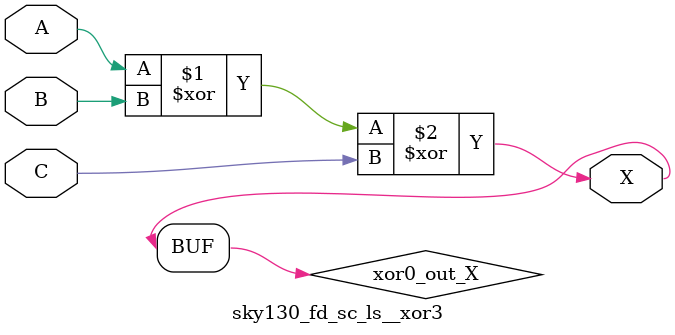
<source format=v>
/*
 * Copyright 2020 The SkyWater PDK Authors
 *
 * Licensed under the Apache License, Version 2.0 (the "License");
 * you may not use this file except in compliance with the License.
 * You may obtain a copy of the License at
 *
 *     https://www.apache.org/licenses/LICENSE-2.0
 *
 * Unless required by applicable law or agreed to in writing, software
 * distributed under the License is distributed on an "AS IS" BASIS,
 * WITHOUT WARRANTIES OR CONDITIONS OF ANY KIND, either express or implied.
 * See the License for the specific language governing permissions and
 * limitations under the License.
 *
 * SPDX-License-Identifier: Apache-2.0
*/


`ifndef SKY130_FD_SC_LS__XOR3_FUNCTIONAL_V
`define SKY130_FD_SC_LS__XOR3_FUNCTIONAL_V

/**
 * xor3: 3-input exclusive OR.
 *
 *       X = A ^ B ^ C
 *
 * Verilog simulation functional model.
 */

`timescale 1ns / 1ps
`default_nettype none

`celldefine
module sky130_fd_sc_ls__xor3 (
    X,
    A,
    B,
    C
);

    // Module ports
    output X;
    input  A;
    input  B;
    input  C;

    // Local signals
    wire xor0_out_X;

    //  Name  Output      Other arguments
    xor xor0 (xor0_out_X, A, B, C        );
    buf buf0 (X         , xor0_out_X     );

endmodule
`endcelldefine

`default_nettype wire
`endif  // SKY130_FD_SC_LS__XOR3_FUNCTIONAL_V

</source>
